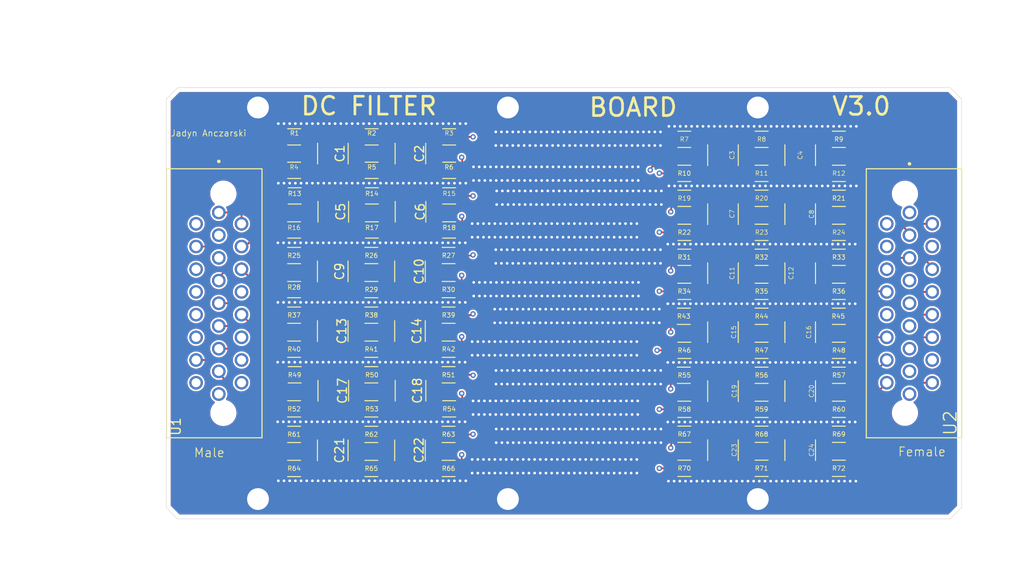
<source format=kicad_pcb>
(kicad_pcb
	(version 20241229)
	(generator "pcbnew")
	(generator_version "9.0")
	(general
		(thickness 1.6)
		(legacy_teardrops no)
	)
	(paper "A4")
	(layers
		(0 "F.Cu" signal)
		(4 "In1.Cu" signal)
		(6 "In2.Cu" signal)
		(2 "B.Cu" signal)
		(9 "F.Adhes" user "F.Adhesive")
		(11 "B.Adhes" user "B.Adhesive")
		(13 "F.Paste" user)
		(15 "B.Paste" user)
		(5 "F.SilkS" user "F.Silkscreen")
		(7 "B.SilkS" user "B.Silkscreen")
		(1 "F.Mask" user)
		(3 "B.Mask" user)
		(17 "Dwgs.User" user "User.Drawings")
		(19 "Cmts.User" user "User.Comments")
		(21 "Eco1.User" user "User.Eco1")
		(23 "Eco2.User" user "User.Eco2")
		(25 "Edge.Cuts" user)
		(27 "Margin" user)
		(31 "F.CrtYd" user "F.Courtyard")
		(29 "B.CrtYd" user "B.Courtyard")
		(35 "F.Fab" user)
		(33 "B.Fab" user)
		(39 "User.1" user)
		(41 "User.2" user)
		(43 "User.3" user)
		(45 "User.4" user)
	)
	(setup
		(stackup
			(layer "F.SilkS"
				(type "Top Silk Screen")
			)
			(layer "F.Paste"
				(type "Top Solder Paste")
			)
			(layer "F.Mask"
				(type "Top Solder Mask")
				(thickness 0.01)
			)
			(layer "F.Cu"
				(type "copper")
				(thickness 0.035)
			)
			(layer "dielectric 1"
				(type "prepreg")
				(thickness 0.1)
				(material "FR4")
				(epsilon_r 4.5)
				(loss_tangent 0.02)
			)
			(layer "In1.Cu"
				(type "copper")
				(thickness 0.035)
			)
			(layer "dielectric 2"
				(type "core")
				(thickness 1.24)
				(material "FR4")
				(epsilon_r 4.5)
				(loss_tangent 0.02)
			)
			(layer "In2.Cu"
				(type "copper")
				(thickness 0.035)
			)
			(layer "dielectric 3"
				(type "prepreg")
				(thickness 0.1)
				(material "FR4")
				(epsilon_r 4.5)
				(loss_tangent 0.02)
			)
			(layer "B.Cu"
				(type "copper")
				(thickness 0.035)
			)
			(layer "B.Mask"
				(type "Bottom Solder Mask")
				(thickness 0.01)
			)
			(layer "B.Paste"
				(type "Bottom Solder Paste")
			)
			(layer "B.SilkS"
				(type "Bottom Silk Screen")
			)
			(copper_finish "None")
			(dielectric_constraints no)
		)
		(pad_to_mask_clearance 0)
		(allow_soldermask_bridges_in_footprints no)
		(tenting front back)
		(pcbplotparams
			(layerselection 0x00000000_00000000_55555555_5755f5ff)
			(plot_on_all_layers_selection 0x00000000_00000000_00000000_00000000)
			(disableapertmacros no)
			(usegerberextensions no)
			(usegerberattributes yes)
			(usegerberadvancedattributes yes)
			(creategerberjobfile yes)
			(dashed_line_dash_ratio 12.000000)
			(dashed_line_gap_ratio 3.000000)
			(svgprecision 4)
			(plotframeref no)
			(mode 1)
			(useauxorigin no)
			(hpglpennumber 1)
			(hpglpenspeed 20)
			(hpglpendiameter 15.000000)
			(pdf_front_fp_property_popups yes)
			(pdf_back_fp_property_popups yes)
			(pdf_metadata yes)
			(pdf_single_document no)
			(dxfpolygonmode yes)
			(dxfimperialunits yes)
			(dxfusepcbnewfont yes)
			(psnegative no)
			(psa4output no)
			(plot_black_and_white yes)
			(sketchpadsonfab no)
			(plotpadnumbers no)
			(hidednponfab no)
			(sketchdnponfab yes)
			(crossoutdnponfab yes)
			(subtractmaskfromsilk no)
			(outputformat 1)
			(mirror no)
			(drillshape 1)
			(scaleselection 1)
			(outputdirectory "")
		)
	)
	(net 0 "")
	(net 1 "Net-(U1-PIN14)")
	(net 2 "Net-(C2-Pad1)")
	(net 3 "Net-(U2-PIN2)")
	(net 4 "Net-(U1-PIN15)")
	(net 5 "Net-(C4-Pad1)")
	(net 6 "Net-(U2-PIN3)")
	(net 7 "Net-(U1-PIN16)")
	(net 8 "Net-(C6-Pad1)")
	(net 9 "Net-(U2-PIN4)")
	(net 10 "Net-(U1-PIN17)")
	(net 11 "Net-(C8-Pad1)")
	(net 12 "Net-(C10-Pad1)")
	(net 13 "Net-(U1-PIN18)")
	(net 14 "Net-(U1-PIN19)")
	(net 15 "Net-(C12-Pad1)")
	(net 16 "Net-(U2-PIN5)")
	(net 17 "Net-(U2-PIN6)")
	(net 18 "Net-(U2-PIN7)")
	(net 19 "Net-(C14-Pad1)")
	(net 20 "Net-(U1-PIN20)")
	(net 21 "Net-(U1-PIN21)")
	(net 22 "Net-(C16-Pad1)")
	(net 23 "Net-(C18-Pad1)")
	(net 24 "Net-(U1-PIN22)")
	(net 25 "Net-(U2-PIN8)")
	(net 26 "Net-(U2-PIN9)")
	(net 27 "Net-(U2-PIN10)")
	(net 28 "Net-(C20-Pad1)")
	(net 29 "Net-(U1-PIN23)")
	(net 30 "Net-(U1-PIN24)")
	(net 31 "Net-(C22-Pad1)")
	(net 32 "Net-(C24-Pad1)")
	(net 33 "Net-(U1-PIN25)")
	(net 34 "Net-(U2-PIN11)")
	(net 35 "Net-(U2-PIN12)")
	(net 36 "Net-(U1-PIN2)")
	(net 37 "Net-(U1-PIN3)")
	(net 38 "Net-(U1-PIN4)")
	(net 39 "Net-(U1-PIN5)")
	(net 40 "Net-(U1-PIN7)")
	(net 41 "Net-(U1-PIN8)")
	(net 42 "Net-(U1-PIN9)")
	(net 43 "Net-(U1-PIN10)")
	(net 44 "Net-(U1-PIN11)")
	(net 45 "Net-(U1-PIN12)")
	(net 46 "Net-(U2-PIN1)")
	(net 47 "Net-(U1-PIN1)")
	(net 48 "unconnected-(U2-PIN13-Pad13)")
	(net 49 "Net-(U1-PIN6)")
	(net 50 "unconnected-(U1-PIN13-Pad13)")
	(net 51 "Net-(C11-Pad1)")
	(net 52 "Net-(C23-Pad1)")
	(net 53 "Net-(C21-Pad1)")
	(net 54 "Net-(C19-Pad1)")
	(net 55 "Net-(C17-Pad1)")
	(net 56 "Net-(C15-Pad1)")
	(net 57 "Net-(C13-Pad1)")
	(net 58 "Net-(C9-Pad1)")
	(net 59 "Net-(C5-Pad1)")
	(net 60 "Net-(C3-Pad1)")
	(net 61 "Net-(C1-Pad1)")
	(net 62 "Net-(C7-Pad1)")
	(net 63 "Net-(C24-Pad2)")
	(net 64 "Net-(U2-PIN25)")
	(net 65 "Net-(C23-Pad2)")
	(net 66 "Net-(U2-PIN24)")
	(net 67 "Net-(C22-Pad2)")
	(net 68 "Net-(C21-Pad2)")
	(net 69 "Net-(U2-PIN23)")
	(net 70 "Net-(C20-Pad2)")
	(net 71 "Net-(C19-Pad2)")
	(net 72 "Net-(U2-PIN22)")
	(net 73 "Net-(C18-Pad2)")
	(net 74 "Net-(C17-Pad2)")
	(net 75 "Net-(C1-Pad2)")
	(net 76 "Net-(C2-Pad2)")
	(net 77 "Net-(U2-PIN14)")
	(net 78 "Net-(C3-Pad2)")
	(net 79 "Net-(C4-Pad2)")
	(net 80 "Net-(U2-PIN15)")
	(net 81 "Net-(C5-Pad2)")
	(net 82 "Net-(C6-Pad2)")
	(net 83 "Net-(U2-PIN16)")
	(net 84 "Net-(C7-Pad2)")
	(net 85 "Net-(C8-Pad2)")
	(net 86 "Net-(U2-PIN17)")
	(net 87 "Net-(C9-Pad2)")
	(net 88 "Net-(C10-Pad2)")
	(net 89 "Net-(U2-PIN18)")
	(net 90 "Net-(C11-Pad2)")
	(net 91 "Net-(C12-Pad2)")
	(net 92 "Net-(U2-PIN19)")
	(net 93 "Net-(C13-Pad2)")
	(net 94 "Net-(C14-Pad2)")
	(net 95 "Net-(U2-PIN20)")
	(net 96 "Net-(C15-Pad2)")
	(net 97 "Net-(C16-Pad2)")
	(net 98 "Net-(U2-PIN21)")
	(net 99 "GND")
	(footprint "Capacitor_SMD:C_1812_4532Metric" (layer "F.Cu") (at 140.97 95.0104 -90))
	(footprint "Resistor_SMD:R_1206_3216Metric" (layer "F.Cu") (at 110.2975 112.9796))
	(footprint "Capacitor_SMD:C_1812_4532Metric" (layer "F.Cu") (at 106.027125 88.23 -90))
	(footprint "Resistor_SMD:R_1206_3216Metric" (layer "F.Cu") (at 93.0255 106.3072))
	(footprint "Resistor_SMD:R_1206_3216Metric" (layer "F.Cu") (at 153.924 93.2324 180))
	(footprint "Resistor_SMD:R_1206_3216Metric" (layer "F.Cu") (at 153.924 106.4332 180))
	(footprint "Resistor_SMD:R_1206_3216Metric" (layer "F.Cu") (at 153.924 103.6428))
	(footprint "Resistor_SMD:R_1206_3216Metric" (layer "F.Cu") (at 101.6615 119.652))
	(footprint "Resistor_SMD:R_1206_3216Metric" (layer "F.Cu") (at 145.288 113.0336 180))
	(footprint "Resistor_SMD:R_1206_3216Metric" (layer "F.Cu") (at 145.288 103.6428))
	(footprint "Resistor_SMD:R_1206_3216Metric" (layer "F.Cu") (at 110.361 86.36))
	(footprint "Resistor_SMD:R_1206_3216Metric" (layer "F.Cu") (at 145.288 123.444))
	(footprint "Resistor_SMD:R_1206_3216Metric" (layer "F.Cu") (at 136.5905 113.0336))
	(footprint "Resistor_SMD:R_1206_3216Metric" (layer "F.Cu") (at 145.288 93.2324 180))
	(footprint "Resistor_SMD:R_1206_3216Metric" (layer "F.Cu") (at 110.359 92.9624))
	(footprint "IMPORTED:BEL_DCCM25PCBR" (layer "F.Cu") (at 78.7654 104.978 90))
	(footprint "Resistor_SMD:R_1206_3216Metric" (layer "F.Cu") (at 93.0255 90.1))
	(footprint "Resistor_SMD:R_1206_3216Metric" (layer "F.Cu") (at 145.288 110.2432))
	(footprint "Resistor_SMD:R_1206_3216Metric" (layer "F.Cu") (at 93.0255 99.6348))
	(footprint "Capacitor_SMD:C_1812_4532Metric" (layer "F.Cu") (at 149.606 88.41 -90))
	(footprint "Resistor_SMD:R_1206_3216Metric" (layer "F.Cu") (at 136.652 86.632))
	(footprint "IMPORTED:BEL_M83513_13-D01NP" (layer "F.Cu") (at 167.6654 104.978 -90))
	(footprint "Resistor_SMD:R_1206_3216Metric" (layer "F.Cu") (at 136.652 97.0424))
	(footprint "Capacitor_SMD:C_1812_4532Metric" (layer "F.Cu") (at 149.606 121.412 -90))
	(footprint "Resistor_SMD:R_1206_3216Metric" (layer "F.Cu") (at 145.288 90.442))
	(footprint "Capacitor_SMD:C_1812_4532Metric" (layer "F.Cu") (at 149.606 95.0104 -90))
	(footprint "Resistor_SMD:R_1206_3216Metric" (layer "F.Cu") (at 110.361 90.1))
	(footprint "Resistor_SMD:R_1206_3216Metric" (layer "F.Cu") (at 136.652 103.6428))
	(footprint "Resistor_SMD:R_1206_3216Metric" (layer "F.Cu") (at 93.0255 103.4448))
	(footprint "Resistor_SMD:R_1206_3216Metric" (layer "F.Cu") (at 110.359 116.7896))
	(footprint "Resistor_SMD:R_1206_3216Metric" (layer "F.Cu") (at 93.0255 123.462))
	(footprint "Resistor_SMD:R_1206_3216Metric" (layer "F.Cu") (at 101.69325 90.1))
	(footprint "Resistor_SMD:R_1206_3216Metric" (layer "F.Cu") (at 153.924 97.0424))
	(footprint "Resistor_SMD:R_1206_3216Metric" (layer "F.Cu") (at 145.288 119.634 180))
	(footprint "Capacitor_SMD:C_1812_4532Metric" (layer "F.Cu") (at 106.041 114.7576 -90))
	(footprint "Resistor_SMD:R_1206_3216Metric" (layer "F.Cu") (at 110.2975 110.1172))
	(footprint "Capacitor_SMD:C_1812_4532Metric" (layer "F.Cu") (at 97.3435 108.0852 -90))
	(footprint "Resistor_SMD:R_1206_3216Metric" (layer "F.Cu") (at 110.2975 119.652))
	(footprint "Resistor_SMD:R_1206_3216Metric" (layer "F.Cu") (at 110.2975 103.4448))
	(footprint "Resistor_SMD:R_1206_3216Metric" (layer "F.Cu") (at 101.6615 116.7896))
	(footprint "Resistor_SMD:R_1206_3216Metric" (layer "F.Cu") (at 145.288 99.8328 180))
	(footprint "Capacitor_SMD:C_1812_4532Metric" (layer "F.Cu") (at 140.97 101.6108 -90))
	(footprint "Resistor_SMD:R_1206_3216Metric" (layer "F.Cu") (at 93.087 92.9624))
	(footprint "Resistor_SMD:R_1206_3216Metric"
		(layer "F.Cu")
		(uuid "6ffb9a79-6408-41b5-99e3-6051cf327173")
		(at 153.924 123.444)
		(descr "Resistor SMD 1206 (3216 Metric), square (rectangular) end terminal, IPC-7351 nominal, (Body size source: IPC-SM-782 page 72, https://www.pcb-3d.com/wordpress/wp-content/uploads/ipc-sm-782a_amendment_1_and_2.pdf), generated with kicad-footprint-generator")
		(tags "resistor")
		(property "Reference" "R72"
			(at 0 0 0)
			(layer "F.SilkS")
			(uuid "cc3fbdb9-609d-40c4-8033-62577cb98c33")
			(effects
				(font
					(size 0.508 0.508)
					(thickness 0.0762)
				)
			)
		)
		(property "Value" "1k"
			(at 0 1.83 0)
			(layer "F.Fab")
			(uuid "3c93d338-4a84-4107-94a8-37861dd37984")
			(effects
				(font
					(size 1 1)
					(thickness 0.15)
				)
			)
		)
		(property "Datasheet" ""
			(at 0 0 0)
			(layer "F.Fab")
			(hide yes)
			(uuid "66fe051d-572f-45ce-9df6-015aadaa67ff")
			(effects
				(font
					(size 1.27 1.27)
					(thickness 0.15)
				)
			)
		)
		(property "Description" "Resistor, US symbol"
			(at 0 0 0)
			(layer "F.Fab")
			(hide yes)
			(uuid "0ae5fcf7-8801-4e8b-a70f-0bf29a742699")
			(effects
				(font
					(size 1.27 1.27)
					(thickness 0.15)
				)
			)
		)
		(property ki_fp_filters "R_*")
		(path "/e472e695-f2a5-4f73-84a0-afab41cfdf4d")
		(sheetname "/")
		(sheetfile "4K_uD_filterboard_V3.kicad_sch")
		(attr smd)
		(fp_line
			(start -0.727064 -0.91)
			(end 0.727064 -0.91)
			(stroke
				(width 0.12)
				(type solid)
			)
			(layer "F.SilkS")
			(uuid "9f1d860c-c3b9-4b44-b439-b57504b051b6")
		)
		(fp_line
			(start -0.727064 0.91)
			(end 0.727064 0.91)
			(stroke
				(width 0.12)
				(type solid)
			)
			(layer "F.SilkS")
			(uuid "661abd0f-59d2-4d51-ad99-732f5365c9db")
		)
		(fp_line
			(start -2.28 -1.13)
			(end 2.28 -1.13)
			(stroke
				(width 0.05)
				(type solid)
			)
			(layer "F.CrtYd")
			(uuid "a1ed380b-2a7e-4b73-832f-8f5eb64fafd3")
		)
		(fp_line
			(start -2.28 1.13)
			(end -2.28 -1.13)
			(stroke
				(width 0.05)
				(type solid)
			)
			(layer "F.CrtYd")
			(uuid "998445a4-45a2-4d92-9d5d-63010c43a7b3")
		)
		(fp_line
			(start 2.28 -1.13)
			(end 2.28 1.13)
			(stroke
				(width 0.05)
				(type solid)
			)
			(layer "F.CrtYd")
			(uuid "bce53835-4b5f-43d5-9975-17f21f60bea6")
		)
		(fp_line
			(start 2.28 1.13)
			(end -2.28 1.13)
			(stroke
				(width 0.05)
				(type solid)
			)
			(layer "F.CrtYd")
			(uuid "2b5b5362-1ba7-41df-86dd-dc3f9f97f1e4")
		)
		(fp_line
			(start -1.6 -0.8)
			(end 1.6 -0.8)
			(stroke
				(width 0.1)
				(type solid)
			)
			(layer "F.Fab")
			(uuid "196ac397-fa1c-4ca9-bccc-fb5884e63c31")
		)
		(fp_line
			(start -1.6 0.8)
			(end -1.6 -0.8)
			(stroke
				(width 0.1)
				(type solid)
			)
			(layer "F.Fab")
			(uuid "27aa2775-85ab-4e7f-9932-864e9548f0f1")
		)
		(fp_line
			(start 1.6 -0.8)
			(end 1.6 0.8)
			(stroke
				(width 0.1)
				(type solid)
			)
			(layer "F.Fab")
			(uuid "854e29e1-9186-4869-b776-1a0f8b9129d6")
		)
		(fp_line
			(start 1.6 0.8)
			(end -1.6 0.8)
			(stroke
				(width 0.1)
				(type solid)
			)
			(layer "F.Fab")
			(uuid "1dea2e3c-4c2e-4ad2-88cb-1fc81a6e65fb")
		)
		(fp_text user "${REFERENCE}"
			(at 0 0 0)
			(layer "F.Fab")
			(uuid "5d7d5005-cda9-46eb-8356-888cedfe465b")
			(effects
				(font
					(size 0.8 0.8)
					(thickness 0.12)
				)
			)
		)
		(pad "1" smd roundrect
			(at -1.4625 0)
			(size 1.125 1.75)
			(layers "F.Cu" "F.Mask" "F.Paste")
			(roundrect_rratio 0.222222)
			(net 63 "Net-(C24-Pad2)")
			(pintype "passive")
			(uuid "04fe896e-cb48-4113-a289-823b2ab42d97")
		)
		(pad "2" smd roundrect
			(at 1.4625 0)
			(size 1.125 1.75)
			(layers "F.Cu" "F.Mask" "F.Paste")
			(roundrect_rratio 0.222222)
			(net 64 "Net-(U2-PIN25)")
			(pintype "passive")
			(uuid "8a4b8f04-9ea4-40c3-9184-41627e991e52")
		)
		(embedded_fonts no)
	
... [1233268 chars truncated]
</source>
